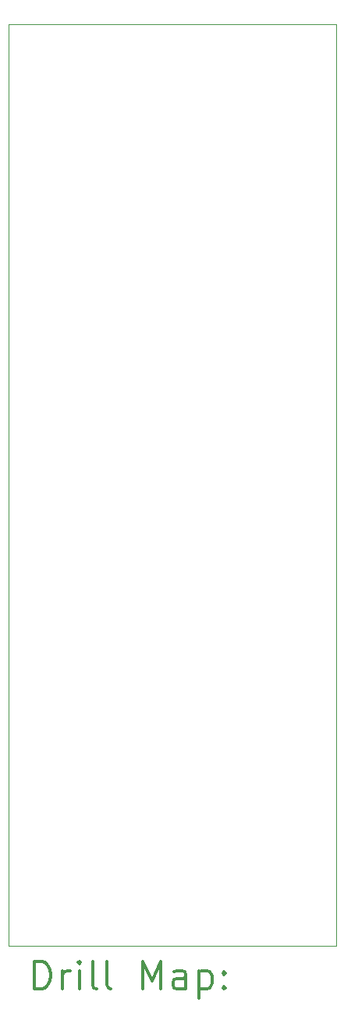
<source format=gbr>
%FSLAX45Y45*%
G04 Gerber Fmt 4.5, Leading zero omitted, Abs format (unit mm)*
G04 Created by KiCad (PCBNEW (5.1.10)-1) date 2021-07-28 16:17:07*
%MOMM*%
%LPD*%
G01*
G04 APERTURE LIST*
%TA.AperFunction,Profile*%
%ADD10C,0.050000*%
%TD*%
%ADD11C,0.200000*%
%ADD12C,0.300000*%
G04 APERTURE END LIST*
D10*
X4572000Y-5054600D02*
X1016000Y-5054600D01*
X4572000Y-15036800D02*
X4572000Y-5054600D01*
X1016000Y-15036800D02*
X4572000Y-15036800D01*
X1016000Y-5054600D02*
X1016000Y-15036800D01*
D11*
D12*
X1299928Y-15505014D02*
X1299928Y-15205014D01*
X1371357Y-15205014D01*
X1414214Y-15219300D01*
X1442786Y-15247871D01*
X1457071Y-15276443D01*
X1471357Y-15333586D01*
X1471357Y-15376443D01*
X1457071Y-15433586D01*
X1442786Y-15462157D01*
X1414214Y-15490729D01*
X1371357Y-15505014D01*
X1299928Y-15505014D01*
X1599928Y-15505014D02*
X1599928Y-15305014D01*
X1599928Y-15362157D02*
X1614214Y-15333586D01*
X1628500Y-15319300D01*
X1657071Y-15305014D01*
X1685643Y-15305014D01*
X1785643Y-15505014D02*
X1785643Y-15305014D01*
X1785643Y-15205014D02*
X1771357Y-15219300D01*
X1785643Y-15233586D01*
X1799928Y-15219300D01*
X1785643Y-15205014D01*
X1785643Y-15233586D01*
X1971357Y-15505014D02*
X1942786Y-15490729D01*
X1928500Y-15462157D01*
X1928500Y-15205014D01*
X2128500Y-15505014D02*
X2099928Y-15490729D01*
X2085643Y-15462157D01*
X2085643Y-15205014D01*
X2471357Y-15505014D02*
X2471357Y-15205014D01*
X2571357Y-15419300D01*
X2671357Y-15205014D01*
X2671357Y-15505014D01*
X2942786Y-15505014D02*
X2942786Y-15347871D01*
X2928500Y-15319300D01*
X2899928Y-15305014D01*
X2842786Y-15305014D01*
X2814214Y-15319300D01*
X2942786Y-15490729D02*
X2914214Y-15505014D01*
X2842786Y-15505014D01*
X2814214Y-15490729D01*
X2799928Y-15462157D01*
X2799928Y-15433586D01*
X2814214Y-15405014D01*
X2842786Y-15390729D01*
X2914214Y-15390729D01*
X2942786Y-15376443D01*
X3085643Y-15305014D02*
X3085643Y-15605014D01*
X3085643Y-15319300D02*
X3114214Y-15305014D01*
X3171357Y-15305014D01*
X3199928Y-15319300D01*
X3214214Y-15333586D01*
X3228500Y-15362157D01*
X3228500Y-15447871D01*
X3214214Y-15476443D01*
X3199928Y-15490729D01*
X3171357Y-15505014D01*
X3114214Y-15505014D01*
X3085643Y-15490729D01*
X3357071Y-15476443D02*
X3371357Y-15490729D01*
X3357071Y-15505014D01*
X3342786Y-15490729D01*
X3357071Y-15476443D01*
X3357071Y-15505014D01*
X3357071Y-15319300D02*
X3371357Y-15333586D01*
X3357071Y-15347871D01*
X3342786Y-15333586D01*
X3357071Y-15319300D01*
X3357071Y-15347871D01*
M02*

</source>
